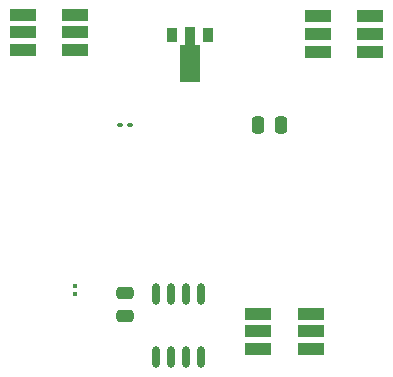
<source format=gtp>
G04 #@! TF.GenerationSoftware,KiCad,Pcbnew,7.0.8*
G04 #@! TF.CreationDate,2023-12-04T03:04:35-07:00*
G04 #@! TF.ProjectId,Lit,4c69742e-6b69-4636-9164-5f7063625858,rev?*
G04 #@! TF.SameCoordinates,Original*
G04 #@! TF.FileFunction,Paste,Top*
G04 #@! TF.FilePolarity,Positive*
%FSLAX46Y46*%
G04 Gerber Fmt 4.6, Leading zero omitted, Abs format (unit mm)*
G04 Created by KiCad (PCBNEW 7.0.8) date 2023-12-04 03:04:35*
%MOMM*%
%LPD*%
G01*
G04 APERTURE LIST*
G04 Aperture macros list*
%AMRoundRect*
0 Rectangle with rounded corners*
0 $1 Rounding radius*
0 $2 $3 $4 $5 $6 $7 $8 $9 X,Y pos of 4 corners*
0 Add a 4 corners polygon primitive as box body*
4,1,4,$2,$3,$4,$5,$6,$7,$8,$9,$2,$3,0*
0 Add four circle primitives for the rounded corners*
1,1,$1+$1,$2,$3*
1,1,$1+$1,$4,$5*
1,1,$1+$1,$6,$7*
1,1,$1+$1,$8,$9*
0 Add four rect primitives between the rounded corners*
20,1,$1+$1,$2,$3,$4,$5,0*
20,1,$1+$1,$4,$5,$6,$7,0*
20,1,$1+$1,$6,$7,$8,$9,0*
20,1,$1+$1,$8,$9,$2,$3,0*%
%AMFreePoly0*
4,1,9,3.862500,-0.866500,0.737500,-0.866500,0.737500,-0.450000,-0.737500,-0.450000,-0.737500,0.450000,0.737500,0.450000,0.737500,0.866500,3.862500,0.866500,3.862500,-0.866500,3.862500,-0.866500,$1*%
G04 Aperture macros list end*
%ADD10R,0.900000X1.300000*%
%ADD11FreePoly0,270.000000*%
%ADD12R,2.260000X1.000000*%
%ADD13RoundRect,0.250000X-0.475000X0.250000X-0.475000X-0.250000X0.475000X-0.250000X0.475000X0.250000X0*%
%ADD14RoundRect,0.079500X-0.100500X0.079500X-0.100500X-0.079500X0.100500X-0.079500X0.100500X0.079500X0*%
%ADD15RoundRect,0.250000X0.250000X0.475000X-0.250000X0.475000X-0.250000X-0.475000X0.250000X-0.475000X0*%
%ADD16RoundRect,0.090000X-0.139000X-0.090000X0.139000X-0.090000X0.139000X0.090000X-0.139000X0.090000X0*%
%ADD17O,0.630000X1.860000*%
G04 APERTURE END LIST*
D10*
X135500000Y-81412500D03*
D11*
X137000000Y-81500000D03*
D10*
X138500000Y-81412500D03*
D12*
X127260000Y-82700000D03*
X127260000Y-81200000D03*
X127260000Y-79700000D03*
X122840000Y-79700000D03*
X122840000Y-81200000D03*
X122840000Y-82700000D03*
X147832500Y-82825000D03*
X147832500Y-81325000D03*
X147832500Y-79825000D03*
X152252500Y-79825000D03*
X152252500Y-81325000D03*
X152252500Y-82825000D03*
X142790000Y-105000000D03*
X142790000Y-106500000D03*
X142790000Y-108000000D03*
X147210000Y-108000000D03*
X147210000Y-106500000D03*
X147210000Y-105000000D03*
D13*
X131500000Y-103300000D03*
X131500000Y-105200000D03*
D14*
X127250000Y-102655000D03*
X127250000Y-103345000D03*
D15*
X144700000Y-89000000D03*
X142800000Y-89000000D03*
D16*
X131067500Y-89000000D03*
X131932500Y-89000000D03*
D17*
X134090000Y-108680000D03*
X135370000Y-108680000D03*
X136630000Y-108680000D03*
X137900000Y-108680000D03*
X137900000Y-103320000D03*
X136630000Y-103320000D03*
X135370000Y-103320000D03*
X134090000Y-103320000D03*
M02*

</source>
